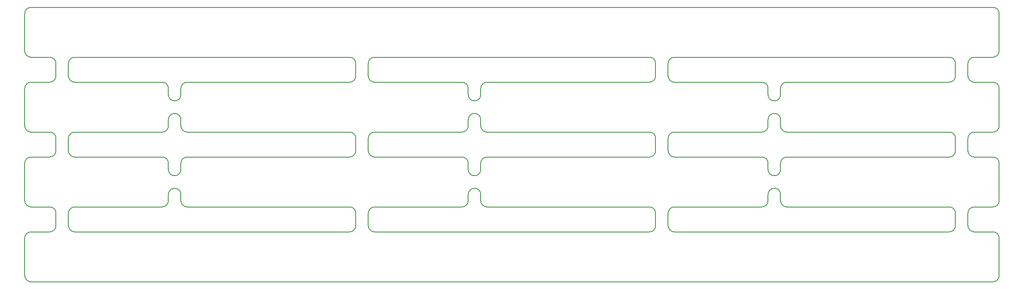
<source format=gm1>
%TF.GenerationSoftware,KiCad,Pcbnew,4.0.6-e0-6349~53~ubuntu16.04.1*%
%TF.CreationDate,2017-04-03T22:53:03+05:30*%
%TF.ProjectId,ultim_bus,756C74696D5F6275732E6B696361645F,rev?*%
%TF.FileFunction,Profile,NP*%
%FSLAX46Y46*%
G04 Gerber Fmt 4.6, Leading zero omitted, Abs format (unit mm)*
G04 Created by KiCad (PCBNEW 4.0.6-e0-6349~53~ubuntu16.04.1) date Mon Apr  3 22:53:03 2017*
%MOMM*%
%LPD*%
G01*
G04 APERTURE LIST*
%ADD10C,0.101600*%
%ADD11C,0.150000*%
G04 APERTURE END LIST*
D10*
D11*
X36830000Y-52070000D02*
X36830000Y-54610000D01*
X38100000Y-50800000D02*
G75*
G03X36830000Y-52070000I0J-1270000D01*
G01*
X36830000Y-54610000D02*
G75*
G03X38100000Y-55880000I1270000J0D01*
G01*
X34290000Y-52070000D02*
G75*
G03X33020000Y-50800000I-1270000J0D01*
G01*
X34290000Y-52070000D02*
X34290000Y-54610000D01*
X33020000Y-55880000D02*
G75*
G03X34290000Y-54610000I0J1270000D01*
G01*
X36830000Y-67310000D02*
X36830000Y-69850000D01*
X38100000Y-66040000D02*
G75*
G03X36830000Y-67310000I0J-1270000D01*
G01*
X36830000Y-69850000D02*
G75*
G03X38100000Y-71120000I1270000J0D01*
G01*
X34290000Y-67310000D02*
G75*
G03X33020000Y-66040000I-1270000J0D01*
G01*
X34290000Y-67310000D02*
X34290000Y-69850000D01*
X33020000Y-71120000D02*
G75*
G03X34290000Y-69850000I0J1270000D01*
G01*
X97790000Y-67310000D02*
X97790000Y-69850000D01*
X99060000Y-66040000D02*
G75*
G03X97790000Y-67310000I0J-1270000D01*
G01*
X97790000Y-69850000D02*
G75*
G03X99060000Y-71120000I1270000J0D01*
G01*
X95250000Y-67310000D02*
G75*
G03X93980000Y-66040000I-1270000J0D01*
G01*
X95250000Y-67310000D02*
X95250000Y-69850000D01*
X93980000Y-71120000D02*
G75*
G03X95250000Y-69850000I0J1270000D01*
G01*
X97790000Y-52070000D02*
X97790000Y-54610000D01*
X99060000Y-50800000D02*
G75*
G03X97790000Y-52070000I0J-1270000D01*
G01*
X97790000Y-54610000D02*
G75*
G03X99060000Y-55880000I1270000J0D01*
G01*
X95250000Y-52070000D02*
G75*
G03X93980000Y-50800000I-1270000J0D01*
G01*
X95250000Y-52070000D02*
X95250000Y-54610000D01*
X93980000Y-55880000D02*
G75*
G03X95250000Y-54610000I0J1270000D01*
G01*
X158750000Y-52070000D02*
X158750000Y-54610000D01*
X160020000Y-50800000D02*
G75*
G03X158750000Y-52070000I0J-1270000D01*
G01*
X158750000Y-54610000D02*
G75*
G03X160020000Y-55880000I1270000J0D01*
G01*
X156210000Y-52070000D02*
G75*
G03X154940000Y-50800000I-1270000J0D01*
G01*
X156210000Y-52070000D02*
X156210000Y-54610000D01*
X154940000Y-55880000D02*
G75*
G03X156210000Y-54610000I0J1270000D01*
G01*
X158750000Y-67310000D02*
X158750000Y-69850000D01*
X160020000Y-66040000D02*
G75*
G03X158750000Y-67310000I0J-1270000D01*
G01*
X158750000Y-69850000D02*
G75*
G03X160020000Y-71120000I1270000J0D01*
G01*
X156210000Y-67310000D02*
G75*
G03X154940000Y-66040000I-1270000J0D01*
G01*
X156210000Y-67310000D02*
X156210000Y-69850000D01*
X154940000Y-71120000D02*
G75*
G03X156210000Y-69850000I0J1270000D01*
G01*
X219710000Y-67310000D02*
X219710000Y-69850000D01*
X220980000Y-66040000D02*
G75*
G03X219710000Y-67310000I0J-1270000D01*
G01*
X219710000Y-69850000D02*
G75*
G03X220980000Y-71120000I1270000J0D01*
G01*
X217170000Y-67310000D02*
G75*
G03X215900000Y-66040000I-1270000J0D01*
G01*
X217170000Y-67310000D02*
X217170000Y-69850000D01*
X215900000Y-71120000D02*
G75*
G03X217170000Y-69850000I0J1270000D01*
G01*
X219710000Y-52070000D02*
X219710000Y-54610000D01*
X220980000Y-50800000D02*
G75*
G03X219710000Y-52070000I0J-1270000D01*
G01*
X219710000Y-54610000D02*
G75*
G03X220980000Y-55880000I1270000J0D01*
G01*
X217170000Y-52070000D02*
G75*
G03X215900000Y-50800000I-1270000J0D01*
G01*
X217170000Y-52070000D02*
X217170000Y-54610000D01*
X215900000Y-55880000D02*
G75*
G03X217170000Y-54610000I0J1270000D01*
G01*
X219710000Y-39370000D02*
G75*
G03X220980000Y-40640000I1270000J0D01*
G01*
X215900000Y-40640000D02*
G75*
G03X217170000Y-39370000I0J1270000D01*
G01*
X219710000Y-36830000D02*
X219710000Y-39370000D01*
X217170000Y-36830000D02*
X217170000Y-39370000D01*
X158750000Y-36830000D02*
X158750000Y-39370000D01*
X156210000Y-39370000D02*
X156210000Y-36830000D01*
X158750000Y-39370000D02*
G75*
G03X160020000Y-40640000I1270000J0D01*
G01*
X154940000Y-40640000D02*
G75*
G03X156210000Y-39370000I0J1270000D01*
G01*
X97790000Y-36830000D02*
X97790000Y-39370000D01*
X95250000Y-39370000D02*
X95250000Y-36830000D01*
X97790000Y-39370000D02*
G75*
G03X99060000Y-40640000I1270000J0D01*
G01*
X93980000Y-40640000D02*
G75*
G03X95250000Y-39370000I0J1270000D01*
G01*
X36830000Y-36830000D02*
X36830000Y-39370000D01*
X34290000Y-39370000D02*
X34290000Y-36830000D01*
X36830000Y-39370000D02*
G75*
G03X38100000Y-40640000I1270000J0D01*
G01*
X33020000Y-40640000D02*
G75*
G03X34290000Y-39370000I0J1270000D01*
G01*
X60960000Y-66040000D02*
X93980000Y-66040000D01*
X55880000Y-66040000D02*
X38100000Y-66040000D01*
X116840000Y-66040000D02*
X99060000Y-66040000D01*
X154940000Y-66040000D02*
X121920000Y-66040000D01*
X177800000Y-66040000D02*
X160020000Y-66040000D01*
X215900000Y-66040000D02*
X182880000Y-66040000D01*
X224790000Y-81280000D02*
G75*
G03X226060000Y-80010000I0J1270000D01*
G01*
X27940000Y-80010000D02*
G75*
G03X29210000Y-81280000I1270000J0D01*
G01*
X226060000Y-64770000D02*
X226060000Y-57150000D01*
X181610000Y-63499999D02*
G75*
G03X179070000Y-63500001I-1270000J-1D01*
G01*
X177800000Y-66040000D02*
G75*
G03X179070000Y-64770000I0J1270000D01*
G01*
X179070000Y-63500000D02*
X179070000Y-64770000D01*
X181610000Y-63500000D02*
X181610000Y-64770000D01*
X181610000Y-64770000D02*
G75*
G03X182880000Y-66040000I1270000J0D01*
G01*
X179070000Y-58420000D02*
G75*
G03X181610000Y-58420000I1270000J0D01*
G01*
X181610000Y-57150000D02*
X181610000Y-58420000D01*
X179070000Y-57150000D02*
X179070000Y-58420000D01*
X118110000Y-58420000D02*
G75*
G03X120650000Y-58420000I1270000J0D01*
G01*
X120650000Y-57150000D02*
X120650000Y-58420000D01*
X118110000Y-57150000D02*
X118110000Y-58420000D01*
X116840000Y-66040000D02*
G75*
G03X118110000Y-64770000I0J1270000D01*
G01*
X120650000Y-64770000D02*
G75*
G03X121920000Y-66040000I1270000J0D01*
G01*
X120650000Y-63500000D02*
X120650000Y-64770000D01*
X118110000Y-63500000D02*
X118110000Y-64770000D01*
X120650000Y-63499999D02*
G75*
G03X118110000Y-63500001I-1270000J-1D01*
G01*
X55880000Y-66040000D02*
G75*
G03X57150000Y-64770000I0J1270000D01*
G01*
X57150000Y-63500000D02*
X57150000Y-64770000D01*
X59690000Y-63500000D02*
X59690000Y-64770000D01*
X59690000Y-64770000D02*
G75*
G03X60960000Y-66040000I1270000J0D01*
G01*
X59690000Y-63499999D02*
G75*
G03X57150000Y-63500001I-1270000J-1D01*
G01*
X57150000Y-58420000D02*
G75*
G03X59690000Y-58420000I1270000J0D01*
G01*
X59690000Y-57150000D02*
X59690000Y-58420000D01*
X57150000Y-57150000D02*
X57150000Y-58420000D01*
X27940000Y-57150000D02*
X27940000Y-64770000D01*
X215900000Y-55880000D02*
X182880000Y-55880000D01*
X182880000Y-50800000D02*
X215900000Y-50800000D01*
X182880000Y-40640000D02*
X215900000Y-40640000D01*
X121920000Y-55880000D02*
X154940000Y-55880000D01*
X154940000Y-50800000D02*
X121920000Y-50800000D01*
X121920000Y-40640000D02*
X154940000Y-40640000D01*
X93980000Y-55880000D02*
X60960000Y-55880000D01*
X60960000Y-50800000D02*
X93980000Y-50800000D01*
X60960000Y-40640000D02*
X93980000Y-40640000D01*
X55880000Y-50800000D02*
G75*
G03X57150000Y-49530000I0J1270000D01*
G01*
X59690000Y-49530000D02*
G75*
G03X60960000Y-50800000I1270000J0D01*
G01*
X57150000Y-57150000D02*
G75*
G03X55880000Y-55880000I-1270000J0D01*
G01*
X60960000Y-55880000D02*
G75*
G03X59690000Y-57150000I0J-1270000D01*
G01*
X33020000Y-55880000D02*
X29210000Y-55880000D01*
X29210000Y-55880000D02*
G75*
G03X27940000Y-57150000I0J-1270000D01*
G01*
X38100000Y-55880000D02*
X55880000Y-55880000D01*
X55880000Y-50800000D02*
X38100000Y-50800000D01*
X27940000Y-49530000D02*
G75*
G03X29210000Y-50800000I1270000J0D01*
G01*
X29210000Y-50800000D02*
X33020000Y-50800000D01*
X121920000Y-55880000D02*
G75*
G03X120650000Y-57150000I0J-1270000D01*
G01*
X118110000Y-57150000D02*
G75*
G03X116840000Y-55880000I-1270000J0D01*
G01*
X99060000Y-55880000D02*
X116840000Y-55880000D01*
X160020000Y-55880000D02*
X177800000Y-55880000D01*
X177800000Y-50800000D02*
X160020000Y-50800000D01*
X179070000Y-57150000D02*
G75*
G03X177800000Y-55880000I-1270000J0D01*
G01*
X182880000Y-55880000D02*
G75*
G03X181610000Y-57150000I0J-1270000D01*
G01*
X224790000Y-50800000D02*
G75*
G03X226060000Y-49530000I0J1270000D01*
G01*
X226060000Y-57150000D02*
G75*
G03X224790000Y-55880000I-1270000J0D01*
G01*
X220980000Y-50800000D02*
X224790000Y-50800000D01*
X220980000Y-55880000D02*
X224790000Y-55880000D01*
X116840000Y-50800000D02*
X99060000Y-50800000D01*
X38100000Y-40640000D02*
X55880000Y-40640000D01*
X156210000Y-36830000D02*
G75*
G03X154940000Y-35560000I-1270000J0D01*
G01*
X160020000Y-35560000D02*
G75*
G03X158750000Y-36830000I0J-1270000D01*
G01*
X181610000Y-48259999D02*
G75*
G03X179070000Y-48260001I-1270000J-1D01*
G01*
X179070000Y-48260000D02*
X179070000Y-49530000D01*
X181610000Y-48260000D02*
X181610000Y-49530000D01*
X181610000Y-49530000D02*
G75*
G03X182880000Y-50800000I1270000J0D01*
G01*
X177800000Y-50800000D02*
G75*
G03X179070000Y-49530000I0J1270000D01*
G01*
X179070000Y-43180000D02*
G75*
G03X181610000Y-43180000I1270000J0D01*
G01*
X182880000Y-40640000D02*
G75*
G03X181610000Y-41910000I0J-1270000D01*
G01*
X179070000Y-41910000D02*
X179070000Y-43180000D01*
X181610000Y-41910000D02*
X181610000Y-43180000D01*
X179070000Y-41910000D02*
G75*
G03X177800000Y-40640000I-1270000J0D01*
G01*
X120650000Y-48259999D02*
G75*
G03X118110000Y-48260001I-1270000J-1D01*
G01*
X118110000Y-48260000D02*
X118110000Y-49530000D01*
X120650000Y-48260000D02*
X120650000Y-49530000D01*
X120650000Y-49530000D02*
G75*
G03X121920000Y-50800000I1270000J0D01*
G01*
X116840000Y-50800000D02*
G75*
G03X118110000Y-49530000I0J1270000D01*
G01*
X118110000Y-43180000D02*
G75*
G03X120650000Y-43180000I1270000J0D01*
G01*
X121920000Y-40640000D02*
G75*
G03X120650000Y-41910000I0J-1270000D01*
G01*
X118110000Y-41910000D02*
X118110000Y-43180000D01*
X120650000Y-41910000D02*
X120650000Y-43180000D01*
X118110000Y-41910000D02*
G75*
G03X116840000Y-40640000I-1270000J0D01*
G01*
X59690000Y-41910000D02*
X59690000Y-43180000D01*
X57150000Y-41910000D02*
X57150000Y-43180000D01*
X59690000Y-48260000D02*
X59690000Y-49530000D01*
X57150000Y-48260000D02*
X57150000Y-49530000D01*
X60960000Y-40640000D02*
G75*
G03X59690000Y-41910000I0J-1270000D01*
G01*
X57150000Y-41910000D02*
G75*
G03X55880000Y-40640000I-1270000J0D01*
G01*
X59690000Y-48259999D02*
G75*
G03X57150000Y-48260001I-1270000J-1D01*
G01*
X57150000Y-43180000D02*
G75*
G03X59690000Y-43180000I1270000J0D01*
G01*
X33020000Y-71120000D02*
X29210000Y-71120000D01*
X29210000Y-66040000D02*
X33020000Y-66040000D01*
X38100000Y-35560000D02*
G75*
G03X36830000Y-36830000I0J-1270000D01*
G01*
X34290000Y-36830000D02*
G75*
G03X33020000Y-35560000I-1270000J0D01*
G01*
X33020000Y-40640000D02*
X29210000Y-40640000D01*
X29210000Y-35560000D02*
X33020000Y-35560000D01*
X95250000Y-36830000D02*
G75*
G03X93980000Y-35560000I-1270000J0D01*
G01*
X99060000Y-35560000D02*
G75*
G03X97790000Y-36830000I0J-1270000D01*
G01*
X217170000Y-36830000D02*
G75*
G03X215900000Y-35560000I-1270000J0D01*
G01*
X220980000Y-35560000D02*
G75*
G03X219710000Y-36830000I0J-1270000D01*
G01*
X29210000Y-25400000D02*
G75*
G03X27940000Y-26670000I0J-1270000D01*
G01*
X27940000Y-72390000D02*
X27940000Y-80010000D01*
X224790000Y-25400000D02*
X29210000Y-25400000D01*
X226060000Y-72390000D02*
X226060000Y-80010000D01*
X226060000Y-26670000D02*
G75*
G03X224790000Y-25400000I-1270000J0D01*
G01*
X224790000Y-66040000D02*
G75*
G03X226060000Y-64770000I0J1270000D01*
G01*
X226060000Y-26670000D02*
X226060000Y-34290000D01*
X224790000Y-35560000D02*
G75*
G03X226060000Y-34290000I0J1270000D01*
G01*
X226060000Y-72390000D02*
G75*
G03X224790000Y-71120000I-1270000J0D01*
G01*
X27940000Y-26670000D02*
X27940000Y-34290000D01*
X27940000Y-34290000D02*
G75*
G03X29210000Y-35560000I1270000J0D01*
G01*
X27940000Y-64770000D02*
G75*
G03X29210000Y-66040000I1270000J0D01*
G01*
X29210000Y-71120000D02*
G75*
G03X27940000Y-72390000I0J-1270000D01*
G01*
X220980000Y-40640000D02*
X224790000Y-40640000D01*
X160020000Y-40640000D02*
X177800000Y-40640000D01*
X99060000Y-40640000D02*
X116840000Y-40640000D01*
X220980000Y-66040000D02*
X224790000Y-66040000D01*
X160020000Y-71120000D02*
X215900000Y-71120000D01*
X224790000Y-81280000D02*
X29210000Y-81280000D01*
X93980000Y-35560000D02*
X38100000Y-35560000D01*
X154940000Y-35560000D02*
X99060000Y-35560000D01*
X215900000Y-35560000D02*
X160020000Y-35560000D01*
X220980000Y-35560000D02*
X224790000Y-35560000D01*
X220980000Y-71120000D02*
X224790000Y-71120000D01*
X99060000Y-71120000D02*
X154940000Y-71120000D01*
X38100000Y-71120000D02*
X93980000Y-71120000D01*
X27940000Y-41910000D02*
X27940000Y-49530000D01*
X226060000Y-49530000D02*
X226060000Y-41910000D01*
X29210000Y-40640000D02*
G75*
G03X27940000Y-41910000I0J-1270000D01*
G01*
X226060000Y-41910000D02*
G75*
G03X224790000Y-40640000I-1270000J0D01*
G01*
M02*

</source>
